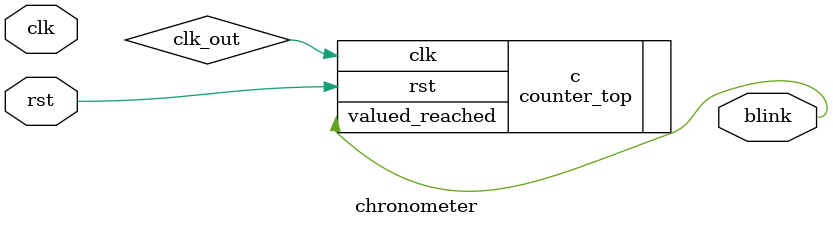
<source format=v>
module chronometer (
		    input rst,
		    input clk,
		    output blink
		    );

   wire 		   clk_out;

   /*clk_gen #( .FREQ_IN(50000000), .FREQ_OUT(5000000)) c_gen (
		  .clk_in(clk),
		  .rst(rst),
		  .clk_out(clk_out)
		  );
   */
   counter_top c (
		  .clk(clk_out),
		  .rst(rst),
		  .valued_reached(blink)
		  );

endmodule // chronometer

</source>
